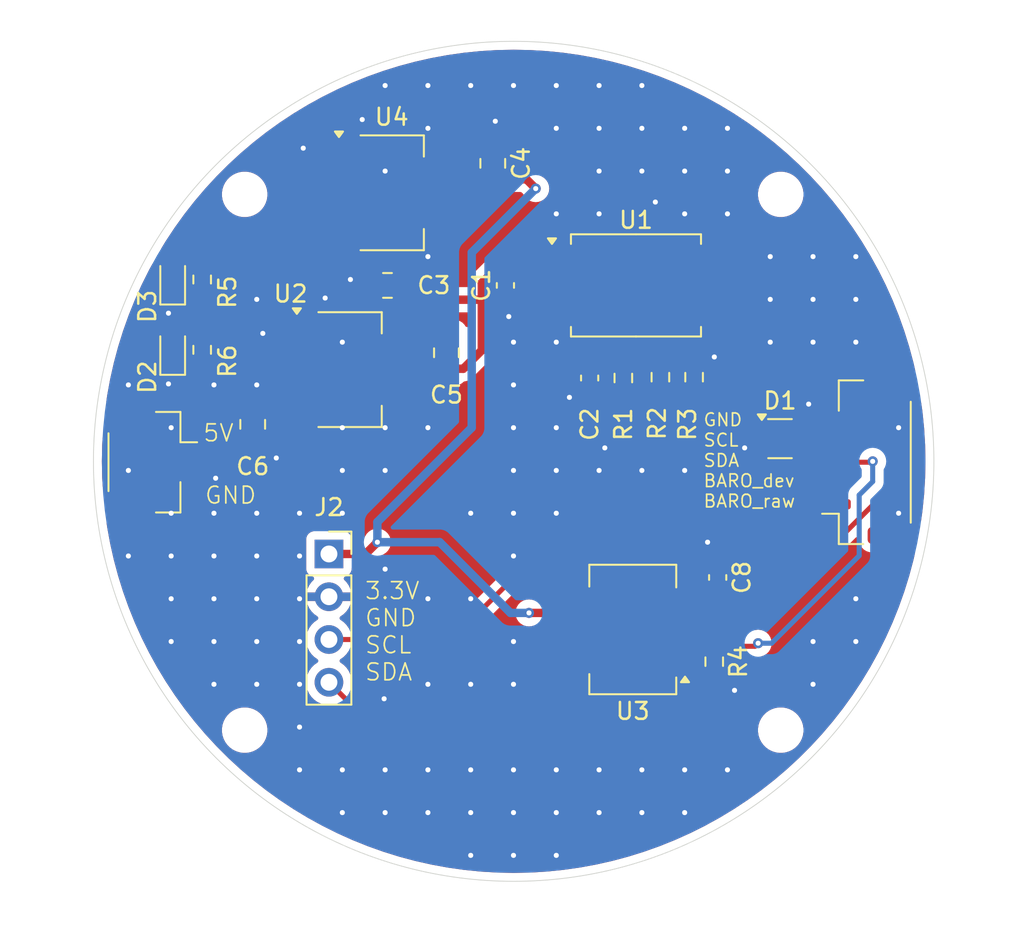
<source format=kicad_pcb>
(kicad_pcb (version 20240108) (generator "pcbnew") (generator_version "8.0")
  (layers (0 "F.Cu" signal) (1 "In1.Cu" power) (2 "In2.Cu" power) (31 "B.Cu" signal) (34 "B.Paste" user) (35 "F.Paste" user) (36 "B.SilkS" user "B.Silkscreen") (37 "F.SilkS" user "F.Silkscreen") (38 "B.Mask" user) (39 "F.Mask" user) (44 "Edge.Cuts" user))
  (net 0 "")
  (net 1 "+5V")
  (net 2 "GND")
  (net 3 "Net-(J1-Pin_1)")
  (net 4 "+3.3V")
  (net 5 "VBUS")
  (net 6 "Net-(D2-A)")
  (net 7 "Net-(D3-A)")
  (net 8 "Net-(J1-Pin_2)")
  (net 9 "/SDA")
  (net 10 "/SCL")
  (footprint "Connector_JST:JST_GH_SM05B-GHS-TB_1x05-1MP_P1.25mm_Horizontal" (layer "F.Cu") (at 178.5 95.25 90)
    (property "Reference" "J1" (hide yes))
    (property "Value" "Conn_01x05_MountingPin")
    (fp_line (start 4.86 -1.710001) (end 3.06 -1.71) (stroke (width 0.12)) (layer "F.SilkS"))
    (fp_line (start -4.86 -1.710001) (end -3.06 -1.71) (stroke (width 0.12)) (layer "F.SilkS"))
    (fp_line (start -3.06 -1.71) (end -3.06 -2.7) (stroke (width 0.12)) (layer "F.SilkS"))
    (fp_line (start 4.86 -0.26) (end 4.86 -1.710001) (stroke (width 0.12)) (layer "F.SilkS"))
    (fp_line (start -4.86 -0.26) (end -4.86 -1.710001) (stroke (width 0.12)) (layer "F.SilkS"))
    (fp_line (start -3.59 2.56) (end 3.59 2.56) (stroke (width 0.12)) (layer "F.SilkS"))
    (pad "1" smd roundrect (at -2.499999 -1.85 90) (size 0.6 1.7) (layers "F.Cu" "F.Paste" "F.Mask") (net 3 "Net-(J1-Pin_1)"))
    (pad "2" smd roundrect (at -1.25 -1.85 90) (size 0.6 1.7) (layers "F.Cu" "F.Paste" "F.Mask") (net 8 "Net-(J1-Pin_2)"))
    (pad "3" smd roundrect (at 0 -1.850001 90) (size 0.6 1.7) (layers "F.Cu" "F.Paste" "F.Mask") (net 9 "/SDA"))
    (pad "4" smd roundrect (at 1.25 -1.85 90) (size 0.6 1.7) (layers "F.Cu" "F.Paste" "F.Mask") (net 10 "/SCL"))
    (pad "5" smd roundrect (at 2.499999 -1.85 90) (size 0.6 1.7) (layers "F.Cu" "F.Paste" "F.Mask") (net 2 "GND"))
    (pad "MP" smd roundrect (at -4.35 1.35 90) (size 1 2.7) (layers "F.Cu" "F.Paste" "F.Mask") (net 2 "GND"))
    (pad "MP" smd roundrect (at 4.35 1.35 90) (size 1 2.7) (layers "F.Cu" "F.Paste" "F.Mask") (net 2 "GND"))
  )
  (footprint "Capacitor_SMD:C_0805_2012Metric" (layer "F.Cu") (at 156.25 77.5 -90)
    (property "Reference" "C4" (at 0 -1.679999 90) (layer "F.SilkS"))
    (property "Value" "22uF")
    (fp_line (start -0.261253 0.735) (end 0.261253 0.735) (stroke (width 0.12)) (layer "F.SilkS"))
    (fp_line (start -0.261253 -0.735) (end 0.261253 -0.735) (stroke (width 0.12)) (layer "F.SilkS"))
    (pad "1" smd roundrect (at -0.949999 0 270) (size 1 1.45) (layers "F.Cu" "F.Paste" "F.Mask") (net 2 "GND"))
    (pad "2" smd roundrect (at 0.949999 0 270) (size 1 1.45) (layers "F.Cu" "F.Paste" "F.Mask") (net 4 "+3.3V"))
  )
  (footprint "Capacitor_SMD:C_0805_2012Metric" (layer "F.Cu") (at 153.5 88.75 -90)
    (property "Reference" "C5" (at 2.5 0 180) (layer "F.SilkS"))
    (property "Value" "22uF")
    (fp_line (start -0.261253 0.735) (end 0.261253 0.735) (stroke (width 0.12)) (layer "F.SilkS"))
    (fp_line (start -0.261253 -0.735) (end 0.261253 -0.735) (stroke (width 0.12)) (layer "F.SilkS"))
    (pad "1" smd roundrect (at -0.949999 0 270) (size 1 1.45) (layers "F.Cu" "F.Paste" "F.Mask") (net 2 "GND"))
    (pad "2" smd roundrect (at 0.949999 0 270) (size 1 1.45) (layers "F.Cu" "F.Paste" "F.Mask") (net 1 "+5V"))
  )
  (footprint "Resistor_SMD:R_0603_1608Metric_Pad0.98x0.95mm_HandSolder" (layer "F.Cu") (at 169.394998 107.095 -90)
    (property "Reference" "R4" (at 0 -1.43 90) (layer "F.SilkS"))
    (property "Value" "10k")
    (fp_line (start -0.254724 0.5225) (end 0.254724 0.5225) (stroke (width 0.12)) (layer "F.SilkS"))
    (fp_line (start -0.254724 -0.5225) (end 0.254724 -0.5225) (stroke (width 0.12)) (layer "F.SilkS"))
    (pad "1" smd roundrect (at -0.9125 0 270) (size 0.975 0.95) (layers "F.Cu" "F.Paste" "F.Mask") (net 9 "/SDA"))
    (pad "2" smd roundrect (at 0.9125 0 270) (size 0.975 0.95) (layers "F.Cu" "F.Paste" "F.Mask") (net 4 "+3.3V"))
  )
  (footprint "Resistor_SMD:R_0603_1608Metric" (layer "F.Cu") (at 139 88.575 -90)
    (property "Reference" "R6" (at 0.675 -1.5 90) (layer "F.SilkS"))
    (property "Value" "2k2")
    (fp_line (start -0.237258 0.5225) (end 0.237258 0.5225) (stroke (width 0.12)) (layer "F.SilkS"))
    (fp_line (start -0.237258 -0.5225) (end 0.237258 -0.5225) (stroke (width 0.12)) (layer "F.SilkS"))
    (pad "1" smd roundrect (at -0.825 0 270) (size 0.8 0.95) (layers "F.Cu" "F.Paste" "F.Mask") (net 6 "Net-(D2-A)"))
    (pad "2" smd roundrect (at 0.825 0 270) (size 0.8 0.95) (layers "F.Cu" "F.Paste" "F.Mask") (net 1 "+5V"))
  )
  (footprint "Connector_PinSocket_2.54mm:PinSocket_1x04_P2.54mm_Vertical" (layer "F.Cu") (at 146.525 100.7)
    (property "Reference" "J2" (at 0 -2.77 0) (layer "F.SilkS"))
    (property "Value" "Conn_01x04")
    (fp_line (start -1.33 1.27) (end -1.33 8.95) (stroke (width 0.12)) (layer "F.SilkS"))
    (fp_line (start -1.33 1.27) (end 1.33 1.27) (stroke (width 0.12)) (layer "F.SilkS"))
    (fp_line (start -1.33 8.95) (end 1.33 8.95) (stroke (width 0.12)) (layer "F.SilkS"))
    (fp_line (start 0 -1.33) (end 1.33 -1.33) (stroke (width 0.12)) (layer "F.SilkS"))
    (fp_line (start 1.33 -1.33) (end 1.33 0) (stroke (width 0.12)) (layer "F.SilkS"))
    (fp_line (start 1.33 1.27) (end 1.33 8.95) (stroke (width 0.12)) (layer "F.SilkS"))
    (pad "1" thru_hole rect (at 0 0) (size 1.7 1.7) (drill 1) (layers "*.Cu" "*.Mask") (net 4 "+3.3V"))
    (pad "2" thru_hole oval (at 0 2.54) (size 1.7 1.7) (drill 1) (layers "*.Cu" "*.Mask") (net 2 "GND"))
    (pad "3" thru_hole oval (at 0 5.08) (size 1.7 1.7) (drill 1) (layers "*.Cu" "*.Mask") (net 10 "/SCL"))
    (pad "4" thru_hole oval (at 0 7.62) (size 1.7 1.7) (drill 1) (layers "*.Cu" "*.Mask") (net 9 "/SDA"))
  )
  (footprint "Capacitor_SMD:C_0603_1608Metric" (layer "F.Cu") (at 169.6 102.095 -90)
    (property "Reference" "C8" (at 0 -1.43 90) (layer "F.SilkS"))
    (property "Value" "100n")
    (fp_line (start -0.140581 0.51) (end 0.140581 0.51) (stroke (width 0.12)) (layer "F.SilkS"))
    (fp_line (start -0.140581 -0.51) (end 0.140581 -0.51) (stroke (width 0.12)) (layer "F.SilkS"))
    (pad "1" smd roundrect (at -0.775 0 270) (size 0.9 0.95) (layers "F.Cu" "F.Paste" "F.Mask") (net 2 "GND"))
    (pad "2" smd roundrect (at 0.775 0 270) (size 0.9 0.95) (layers "F.Cu" "F.Paste" "F.Mask") (net 4 "+3.3V"))
  )
  (footprint "Capacitor_SMD:C_0805_2012Metric" (layer "F.Cu") (at 142 93 90)
    (property "Reference" "C6" (at -2.5 0 0) (layer "F.SilkS"))
    (property "Value" "22uF")
    (fp_line (start -0.261253 -0.735) (end 0.261253 -0.735) (stroke (width 0.12)) (layer "F.SilkS"))
    (fp_line (start -0.261253 0.735) (end 0.261253 0.735) (stroke (width 0.12)) (layer "F.SilkS"))
    (pad "1" smd roundrect (at -0.949999 0 90) (size 1 1.45) (layers "F.Cu" "F.Paste" "F.Mask") (net 2 "GND"))
    (pad "2" smd roundrect (at 0.949999 0 90) (size 1 1.45) (layers "F.Cu" "F.Paste" "F.Mask") (net 5 "VBUS"))
  )
  (footprint "Resistor_SMD:R_0603_1608Metric" (layer "F.Cu") (at 139 84.4 -90)
    (property "Reference" "R5" (at 0.75 -1.5 90) (layer "F.SilkS"))
    (property "Value" "2k2")
    (fp_line (start -0.237258 0.5225) (end 0.237258 0.5225) (stroke (width 0.12)) (layer "F.SilkS"))
    (fp_line (start -0.237258 -0.5225) (end 0.237258 -0.5225) (stroke (width 0.12)) (layer "F.SilkS"))
    (pad "1" smd roundrect (at -0.825 0 270) (size 0.8 0.95) (layers "F.Cu" "F.Paste" "F.Mask") (net 7 "Net-(D3-A)"))
    (pad "2" smd roundrect (at 0.825 0 270) (size 0.8 0.95) (layers "F.Cu" "F.Paste" "F.Mask") (net 4 "+3.3V"))
  )
  (footprint "MountingHole:MountingHole_2.2mm_M2" (layer "F.Cu") (at 173.343488 111.16315)
    (property "Reference" "H1" (hide yes))
    (property "Value" "MountingHole")
    (pad "" np_thru_hole circle (at 0 0) (size 2.2 2.2) (drill 2.2) (layers "*.Cu" "*.Mask"))
  )
  (footprint "Connector_JST:JST_GH_SM02B-GHS-TB_1x02-1MP_P1.25mm_Horizontal" (layer "F.Cu") (at 136 95.25 -90)
    (property "Reference" "J3" (hide yes))
    (property "Value" "Conn_01x02_MountingPin")
    (fp_line (start -1.715 2.559999) (end 1.715 2.559999) (stroke (width 0.12)) (layer "F.SilkS"))
    (fp_line (start -2.985 -0.26) (end -2.985 -1.71) (stroke (width 0.12)) (layer "F.SilkS"))
    (fp_line (start 2.985 -0.26) (end 2.985 -1.71) (stroke (width 0.12)) (layer "F.SilkS"))
    (fp_line (start -2.985 -1.71) (end -1.185 -1.71) (stroke (width 0.12)) (layer "F.SilkS"))
    (fp_line (start -1.185 -1.71) (end -1.185 -2.7) (stroke (width 0.12)) (layer "F.SilkS"))
    (fp_line (start 2.985 -1.71) (end 1.185 -1.71) (stroke (width 0.12)) (layer "F.SilkS"))
    (pad "1" smd roundrect (at -0.625 -1.85 270) (size 0.6 1.7) (layers "F.Cu" "F.Paste" "F.Mask") (net 5 "VBUS"))
    (pad "2" smd roundrect (at 0.625 -1.85 270) (size 0.6 1.7) (layers "F.Cu" "F.Paste" "F.Mask") (net 2 "GND"))
    (pad "MP" smd roundrect (at -2.475 1.35 270) (size 1 2.7) (layers "F.Cu" "F.Paste" "F.Mask") (net 2 "GND"))
    (pad "MP" smd roundrect (at 2.475 1.35 270) (size 1 2.7) (layers "F.Cu" "F.Paste" "F.Mask") (net 2 "GND"))
  )
  (footprint "MountingHole:MountingHole_2.2mm_M2" (layer "F.Cu") (at 141.523683 79.343345)
    (property "Reference" "H4" (hide yes))
    (property "Value" "MountingHole")
    (pad "" np_thru_hole circle (at 0 0) (size 2.2 2.2) (drill 2.2) (layers "*.Cu" "*.Mask"))
  )
  (footprint "Package_TO_SOT_SMD:SOT-223-3_TabPin2" (layer "F.Cu") (at 147.75 89.75)
    (property "Reference" "U2" (at -3.5 -4.500001 0) (layer "F.SilkS"))
    (property "Value" "AMS1117-5.0")
    (fp_line (start -1.85 -3.410001) (end 1.91 -3.41) (stroke (width 0.12)) (layer "F.SilkS"))
    (fp_line (start -1.85 3.410001) (end 1.91 3.41) (stroke (width 0.12)) (layer "F.SilkS"))
    (fp_line (start 1.91 -3.41) (end 1.91 -2.150001) (stroke (width 0.12)) (layer "F.SilkS"))
    (fp_line (start 1.91 3.41) (end 1.91 2.150001) (stroke (width 0.12)) (layer "F.SilkS"))
    (fp_poly (pts (xy -3.13 -3.31) (xy -3.37 -3.64) (xy -2.89 -3.64) (xy -3.13 -3.31)) (stroke (width 0.12)) (fill solid) (layer "F.SilkS"))
    (pad "1" smd roundrect (at -3.15 -2.3) (size 2 1.5) (layers "F.Cu" "F.Paste" "F.Mask") (net 2 "GND"))
    (pad "2" smd roundrect (at -3.149999 0) (size 2 1.5) (layers "F.Cu" "F.Paste" "F.Mask") (net 1 "+5V"))
    (pad "2" smd roundrect (at 3.149999 0) (size 2 3.8) (layers "F.Cu" "F.Paste" "F.Mask") (net 1 "+5V"))
    (pad "3" smd roundrect (at -3.15 2.3) (size 2 1.5) (layers "F.Cu" "F.Paste" "F.Mask") (net 5 "VBUS"))
  )
  (footprint "Resistor_SMD:R_0603_1608Metric_Pad0.98x0.95mm_HandSolder" (layer "F.Cu") (at 166.2 90.2 90)
    (property "Reference" "R2" (at -2.75 -0.2 -90) (layer "F.SilkS"))
    (property "Value" "170")
    (fp_line (start -0.254724 -0.5225) (end 0.254724 -0.5225) (stroke (width 0.12)) (layer "F.SilkS"))
    (fp_line (start -0.254724 0.5225) (end 0.254724 0.5225) (stroke (width 0.12)) (layer "F.SilkS"))
    (pad "1" smd roundrect (at -0.9125 0 90) (size 0.975 0.95) (layers "F.Cu" "F.Paste" "F.Mask") (net 8 "Net-(J1-Pin_2)"))
    (pad "2" smd roundrect (at 0.9125 0 90) (size 0.975 0.95) (layers "F.Cu" "F.Paste" "F.Mask") (net 3 "Net-(J1-Pin_1)"))
  )
  (footprint "Capacitor_SMD:C_0603_1608Metric" (layer "F.Cu") (at 156.999999 84.749998 90)
    (property "Reference" "C1" (at 0 -1.43 -90) (layer "F.SilkS"))
    (property "Value" "100n")
    (fp_line (start -0.140581 -0.51) (end 0.140581 -0.51) (stroke (width 0.12)) (layer "F.SilkS"))
    (fp_line (start -0.140581 0.51) (end 0.140581 0.51) (stroke (width 0.12)) (layer "F.SilkS"))
    (pad "1" smd roundrect (at -0.775 0 90) (size 0.9 0.95) (layers "F.Cu" "F.Paste" "F.Mask") (net 2 "GND"))
    (pad "2" smd roundrect (at 0.775 0 90) (size 0.9 0.95) (layers "F.Cu" "F.Paste" "F.Mask") (net 1 "+5V"))
  )
  (footprint "Resistor_SMD:R_0603_1608Metric_Pad0.98x0.95mm_HandSolder" (layer "F.Cu") (at 168.2 90.2 -90)
    (property "Reference" "R3" (at 2.8 0.4 90) (layer "F.SilkS"))
    (property "Value" "330")
    (fp_line (start -0.254724 0.5225) (end 0.254724 0.5225) (stroke (width 0.12)) (layer "F.SilkS"))
    (fp_line (start -0.254724 -0.5225) (end 0.254724 -0.5225) (stroke (width 0.12)) (layer "F.SilkS"))
    (pad "1" smd roundrect (at -0.9125 0 270) (size 0.975 0.95) (layers "F.Cu" "F.Paste" "F.Mask") (net 2 "GND"))
    (pad "2" smd roundrect (at 0.9125 0 270) (size 0.975 0.95) (layers "F.Cu" "F.Paste" "F.Mask") (net 8 "Net-(J1-Pin_2)"))
  )
  (footprint "Resistor_SMD:R_0603_1608Metric_Pad0.98x0.95mm_HandSolder" (layer "F.Cu") (at 163.999999 90.249999 90)
    (property "Reference" "R1" (at -2.75 0 -90) (layer "F.SilkS"))
    (property "Value" "51k")
    (fp_line (start -0.254724 -0.5225) (end 0.254724 -0.5225) (stroke (width 0.12)) (layer "F.SilkS"))
    (fp_line (start -0.254724 0.5225) (end 0.254724 0.5225) (stroke (width 0.12)) (layer "F.SilkS"))
    (pad "1" smd roundrect (at -0.9125 0 90) (size 0.975 0.95) (layers "F.Cu" "F.Paste" "F.Mask") (net 2 "GND"))
    (pad "2" smd roundrect (at 0.9125 0 90) (size 0.975 0.95) (layers "F.Cu" "F.Paste" "F.Mask") (net 3 "Net-(J1-Pin_1)"))
  )
  (footprint "Sensor:SHT1x" (layer "F.Cu") (at 164.56 105.235 180)
    (property "Reference" "U3" (at 0 -4.800001 180) (layer "F.SilkS"))
    (property "Value" "SHT1x")
    (fp_line (start 2.58 3.894999) (end 2.58 2.6) (stroke (width 0.12)) (layer "F.SilkS"))
    (fp_line (start 2.58 -2.6) (end 2.58 -3.795) (stroke (width 0.12)) (layer "F.SilkS"))
    (fp_line (start -2.58 3.894999) (end 2.58 3.894999) (stroke (width 0.12)) (layer "F.SilkS"))
    (fp_line (start -2.58 3.894999) (end -2.58 2.55) (stroke (width 0.12)) (layer "F.SilkS"))
    (fp_line (start -2.58 -2.799999) (end -2.58 -3.795) (stroke (width 0.12)) (layer "F.SilkS"))
    (fp_line (start -2.58 -3.795) (end 2.58 -3.795) (stroke (width 0.12)) (layer "F.SilkS"))
    (fp_poly (pts (xy -3.1 -2.75) (xy -3.34 -3.08) (xy -2.86 -3.079999) (xy -3.1 -2.75)) (stroke (width 0.12)) (fill solid) (layer "F.SilkS"))
    (pad "1" smd rect (at -2.639999 -1.905 180) (size 1.8 1.2) (layers "F.Cu" "F.Paste" "F.Mask") (net 2 "GND"))
    (pad "2" smd rect (at -2.64 -0.635 180) (size 1.8 0.8) (layers "F.Cu" "F.Paste" "F.Mask") (net 9 "/SDA"))
    (pad "3" smd rect (at -2.64 0.635 180) (size 1.8 0.8) (layers "F.Cu" "F.Paste" "F.Mask") (net 10 "/SCL"))
    (pad "4" smd rect (at -2.639999 1.905 180) (size 1.8 0.8) (layers "F.Cu" "F.Paste" "F.Mask") (net 4 "+3.3V"))
    (pad "5" smd rect (at 2.639999 1.905 180) (size 1.8 0.8) (layers "F.Cu" "F.Paste" "F.Mask"))
    (pad "6" smd rect (at 2.64 0.635 180) (size 1.8 0.8) (layers "F.Cu" "F.Paste" "F.Mask"))
    (pad "7" smd rect (at 2.64 -0.635 180) (size 1.8 0.8) (layers "F.Cu" "F.Paste" "F.Mask"))
    (pad "8" smd rect (at 2.639999 -1.905 180) (size 1.8 0.8) (layers "F.Cu" "F.Paste" "F.Mask"))
    (zone (net 0) (net_name "") (layer "F.Cu") (name "no copper") (connect_pads (clearance 0)) (min_thickness 0.25)
      (keepout (tracks not_allowed) (vias not_allowed) (pads not_allowed) (copperpour not_allowed) (footprints allowed))
      (fill (thermal_gap 0.5) (thermal_bridge_width 0.5))
      (polygon (pts (xy 166.3 107.54) (xy 166.3 102.93) (xy 168.1 102.93) (xy 168.1 101.435) (xy 161.02 101.435) (xy 161.02 102.93) (xy 162.82 102.93) (xy 162.82 107.54) (xy 161.02 107.54) (xy 161.02 108.935) (xy 168.1 108.935) (xy 168.1 107.54)))
    )
  )
  (footprint "Capacitor_SMD:C_0805_2012Metric" (layer "F.Cu") (at 150 84.75)
    (property "Reference" "C3" (at 2.75 0 0) (layer "F.SilkS"))
    (property "Value" "22uF")
    (fp_line (start -0.261253 -0.735) (end 0.261253 -0.735) (stroke (width 0.12)) (layer "F.SilkS"))
    (fp_line (start -0.261253 0.735) (end 0.261253 0.735) (stroke (width 0.12)) (layer "F.SilkS"))
    (pad "1" smd roundrect (at -0.949999 0) (size 1 1.45) (layers "F.Cu" "F.Paste" "F.Mask") (net 2 "GND"))
    (pad "2" smd roundrect (at 0.949999 0) (size 1 1.45) (layers "F.Cu" "F.Paste" "F.Mask") (net 1 "+5V"))
  )
  (footprint "LED_SMD:LED_0603_1608Metric" (layer "F.Cu") (at 137.25 84.4 90)
    (property "Reference" "D3" (at -1.6 -1.5 -90) (layer "F.SilkS"))
    (property "Value" "BLU")
    (fp_line (start 0.8 -0.735) (end -1.485 -0.735) (stroke (width 0.12)) (layer "F.SilkS"))
    (fp_line (start -1.485 -0.735) (end -1.485 0.735) (stroke (width 0.12)) (layer "F.SilkS"))
    (fp_line (start -1.485 0.735) (end 0.8 0.735) (stroke (width 0.12)) (layer "F.SilkS"))
    (pad "1" smd roundrect (at -0.787501 0 90) (size 0.875 0.95) (layers "F.Cu" "F.Paste" "F.Mask") (net 2 "GND"))
    (pad "2" smd roundrect (at 0.787501 0 90) (size 0.875 0.95) (layers "F.Cu" "F.Paste" "F.Mask") (net 7 "Net-(D3-A)"))
  )
  (footprint "Package_TO_SOT_SMD:SOT-363_SC-70-6" (layer "F.Cu") (at 173.3 93.85)
    (property "Reference" "D1" (at 0 -2.25 0) (layer "F.SilkS"))
    (property "Value" " SMF05CT1G")
    (fp_line (start -0.71 -1.16) (end 0.7 -1.16) (stroke (width 0.12)) (layer "F.SilkS"))
    (fp_line (start -0.7 1.16) (end 0.7 1.16) (stroke (width 0.12)) (layer "F.SilkS"))
    (fp_poly (pts (xy -1.08 -1.11) (xy -1.32 -1.44) (xy -0.84 -1.44) (xy -1.08 -1.11)) (stroke (width 0.12)) (fill solid) (layer "F.SilkS"))
    (pad "1" smd roundrect (at -0.95 -0.65) (size 0.65 0.4) (layers "F.Cu" "F.Paste" "F.Mask") (net 3 "Net-(J1-Pin_1)"))
    (pad "2" smd roundrect (at -0.95 0) (size 0.65 0.4) (layers "F.Cu" "F.Paste" "F.Mask") (net 2 "GND"))
    (pad "3" smd roundrect (at -0.95 0.65) (size 0.65 0.4) (layers "F.Cu" "F.Paste" "F.Mask") (net 8 "Net-(J1-Pin_2)"))
    (pad "4" smd roundrect (at 0.95 0.65) (size 0.65 0.4) (layers "F.Cu" "F.Paste" "F.Mask") (net 9 "/SDA"))
    (pad "5" smd roundrect (at 0.95 0) (size 0.65 0.4) (layers "F.Cu" "F.Paste" "F.Mask") (net 10 "/SCL"))
    (pad "6" smd roundrect (at 0.95 -0.65) (size 0.65 0.4) (layers "F.Cu" "F.Paste" "F.Mask"))
  )
  (footprint "Package_TO_SOT_SMD:SOT-223-3_TabPin2" (layer "F.Cu") (at 150.25 79.25)
    (property "Reference" "U4" (at 0 -4.5 0) (layer "F.SilkS"))
    (property "Value" "AMS1117-3.3")
    (fp_line (start -1.85 -3.41) (end 1.91 -3.41) (stroke (width 0.12)) (layer "F.SilkS"))
    (fp_line (start -1.85 3.41) (end 1.91 3.41) (stroke (width 0.12)) (layer "F.SilkS"))
    (fp_line (start 1.91 -3.41) (end 1.91 -2.15) (stroke (width 0.12)) (layer "F.SilkS"))
    (fp_line (start 1.91 3.41) (end 1.91 2.15) (stroke (width 0.12)) (layer "F.SilkS"))
    (fp_poly (pts (xy -3.13 -3.31) (xy -3.37 -3.64) (xy -2.89 -3.64) (xy -3.13 -3.31)) (stroke (width 0.12)) (fill solid) (layer "F.SilkS"))
    (pad "1" smd roundrect (at -3.15 -2.3) (size 2 1.5) (layers "F.Cu" "F.Paste" "F.Mask") (net 2 "GND"))
    (pad "2" smd roundrect (at -3.15 0) (size 2 1.5) (layers "F.Cu" "F.Paste" "F.Mask") (net 4 "+3.3V"))
    (pad "2" smd roundrect (at 3.15 0) (size 2 3.8) (layers "F.Cu" "F.Paste" "F.Mask") (net 4 "+3.3V"))
    (pad "3" smd roundrect (at -3.15 2.3) (size 2 1.5) (layers "F.Cu" "F.Paste" "F.Mask") (net 1 "+5V"))
  )
  (footprint "MountingHole:MountingHole_2.2mm_M2" (layer "F.Cu") (at 173.343488 79.343345)
    (property "Reference" "H3" (hide yes))
    (property "Value" "MountingHole")
    (pad "" np_thru_hole circle (at 0 0) (size 2.2 2.2) (drill 2.2) (layers "*.Cu" "*.Mask"))
  )
  (footprint "LED_SMD:LED_0603_1608Metric" (layer "F.Cu") (at 137.249999 88.575 90)
    (property "Reference" "D2" (at -1.625 -1.499999 -90) (layer "F.SilkS"))
    (property "Value" "BLU")
    (fp_line (start 0.8 -0.735) (end -1.485 -0.735) (stroke (width 0.12)) (layer "F.SilkS"))
    (fp_line (start -1.485 -0.735) (end -1.485 0.735) (stroke (width 0.12)) (layer "F.SilkS"))
    (fp_line (start -1.485 0.735) (end 0.8 0.735) (stroke (width 0.12)) (layer "F.SilkS"))
    (pad "1" smd roundrect (at -0.787501 0 90) (size 0.875 0.95) (layers "F.Cu" "F.Paste" "F.Mask") (net 2 "GND"))
    (pad "2" smd roundrect (at 0.787501 0 90) (size 0.875 0.95) (layers "F.Cu" "F.Paste" "F.Mask") (net 6 "Net-(D2-A)"))
  )
  (footprint "Package_SO:SOIC-8_7.5x5.85mm_P1.27mm" (layer "F.Cu") (at 164.75 84.75)
    (property "Reference" "U1" (at 0 -3.88 0) (layer "F.SilkS"))
    (property "Value" "MPXHZ6130")
    (fp_line (start -3.86 -3.035) (end -3.86 -2.465) (stroke (width 0.12)) (layer "F.SilkS"))
    (fp_line (start -3.86 3.035) (end -3.86 2.465) (stroke (width 0.12)) (layer "F.SilkS"))
    (fp_line (start 0 -3.035) (end -3.86 -3.035) (stroke (width 0.12)) (layer "F.SilkS"))
    (fp_line (start 0 -3.035) (end 3.86 -3.035) (stroke (width 0.12)) (layer "F.SilkS"))
    (fp_line (start 0 3.035) (end -3.86 3.035) (stroke (width 0.12)) (layer "F.SilkS"))
    (fp_line (start 0 3.035) (end 3.86 3.035) (stroke (width 0.12)) (layer "F.SilkS"))
    (fp_line (start 3.86 -3.035) (end 3.86 -2.465) (stroke (width 0.12)) (layer "F.SilkS"))
    (fp_line (start 3.86 3.035) (end 3.86 2.465) (stroke (width 0.12)) (layer "F.SilkS"))
    (fp_poly (pts (xy -4.9875 -2.465) (xy -5.2275 -2.795) (xy -4.7475 -2.795) (xy -4.9875 -2.465)) (stroke (width 0.12)) (fill solid) (layer "F.SilkS"))
    (pad "1" smd roundrect (at -5.325 -1.905) (size 1.8 0.6) (layers "F.Cu" "F.Paste" "F.Mask"))
    (pad "2" smd roundrect (at -5.325 -0.635) (size 1.8 0.6) (layers "F.Cu" "F.Paste" "F.Mask") (net 1 "+5V"))
    (pad "3" smd roundrect (at -5.325 0.635) (size 1.8 0.6) (layers "F.Cu" "F.Paste" "F.Mask") (net 2 "GND"))
    (pad "4" smd roundrect (at -5.325 1.905) (size 1.8 0.6) (layers "F.Cu" "F.Paste" "F.Mask") (net 3 "Net-(J1-Pin_1)"))
    (pad "5" smd roundrect (at 5.325 1.905) (size 1.8 0.6) (layers "F.Cu" "F.Paste" "F.Mask"))
    (pad "6" smd roundrect (at 5.325 0.635) (size 1.8 0.6) (layers "F.Cu" "F.Paste" "F.Mask"))
    (pad "7" smd roundrect (at 5.325 -0.635) (size 1.8 0.6) (layers "F.Cu" "F.Paste" "F.Mask"))
    (pad "8" smd roundrect (at 5.325 -1.905) (size 1.8 0.6) (layers "F.Cu" "F.Paste" "F.Mask"))
  )
  (footprint "Capacitor_SMD:C_0603_1608Metric_Pad1.08x0.95mm_HandSolder" (layer "F.Cu") (at 161.999999 90.249999 -90)
    (property "Reference" "C2" (at 2.75 0 90) (layer "F.SilkS"))
    (property "Value" "47p")
    (fp_line (start -0.146267 0.51) (end 0.146267 0.51) (stroke (width 0.12)) (layer "F.SilkS"))
    (fp_line (start -0.146267 -0.51) (end 0.146267 -0.51) (stroke (width 0.12)) (layer "F.SilkS"))
    (pad "1" smd roundrect (at -0.862501 0 270) (size 1.075 0.95) (layers "F.Cu" "F.Paste" "F.Mask") (net 3 "Net-(J1-Pin_1)"))
    (pad "2" smd roundrect (at 0.862501 0 270) (size 1.075 0.95) (layers "F.Cu" "F.Paste" "F.Mask") (net 2 "GND"))
  )
  (footprint "MountingHole:MountingHole_2.2mm_M2" (layer "F.Cu") (at 141.523683 111.16315)
    (property "Reference" "H2" (hide yes))
    (property "Value" "MountingHole")
    (pad "" np_thru_hole circle (at 0 0) (size 2.2 2.2) (drill 2.2) (layers "*.Cu" "*.Mask"))
  )
  (gr_circle (center 157.48999 95.19731) (end 182.433586 95.253248) (stroke (width 0.05)) (fill none) (layer "Edge.Cuts"))
  (gr_text "3.3V\nGND\nSCL\nSDA" (at 148.6 108.3 0) (layer "F.SilkS") (effects (font (size 1 1) (thickness 0.1)) (justify left bottom)))
  (gr_text "GND\n" (at 139.1 97.8 0) (layer "F.SilkS") (effects (font (size 1 1) (thickness 0.1)) (justify left bottom)))
  (gr_text "5V\n" (at 139 94.1 0) (layer "F.SilkS") (effects (font (size 1 1) (thickness 0.1)) (justify left bottom)))
  (gr_text "GND\nSCL\nSDA\nBARO_dev\nBARO_raw" (at 168.7 98 0) (layer "F.SilkS") (effects (font (size 0.75 0.75) (thickness 0.1)) (justify left bottom)))
  (segment (start 156.225002 83.974998) (end 156.999999 83.974998) (width 0.5) (layer "F.Cu") (net 1))
  (segment (start 153.5 89.699999) (end 154.500001 89.699999) (width 0.5) (layer "F.Cu") (net 1))
  (segment (start 144.250001 89.4) (end 144.600001 89.75) (width 0.5) (layer "F.Cu") (net 1))
  (segment (start 153.449999 89.75) (end 153.5 89.699999) (width 0.5) (layer "F.Cu") (net 1))
  (segment (start 150.949999 82.749999) (end 150.949999 84.75) (width 0.5) (layer "F.Cu") (net 1))
  (segment (start 156.999999 83.974998) (end 157.974998 83.974998) (width 0.5) (layer "F.Cu") (net 1))
  (segment (start 157.974998 83.974998) (end 158.115 84.115) (width 0.5) (layer "F.Cu") (net 1))
  (segment (start 139 89.4) (end 144.250001 89.4) (width 0.5) (layer "F.Cu") (net 1))
  (segment (start 155.6 85.6) (end 151.799999 85.6) (width 0.5) (layer "F.Cu") (net 1))
  (segment (start 155.6 84.6) (end 156.225002 83.974998) (width 0.5) (layer "F.Cu") (net 1))
  (segment (start 158.115 84.115) (end 159.425 84.115) (width 0.5) (layer "F.Cu") (net 1))
  (segment (start 144.600001 89.75) (end 150.899999 89.75) (width 0.5) (layer "F.Cu") (net 1))
  (segment (start 147.1 81.55) (end 149.75 81.55) (width 0.5) (layer "F.Cu") (net 1))
  (segment (start 154.500001 89.699999) (end 155.6 88.6) (width 0.5) (layer "F.Cu") (net 1))
  (segment (start 155.6 88.6) (end 155.6 85.6) (width 0.5) (layer "F.Cu") (net 1))
  (segment (start 155.6 85.6) (end 155.6 84.6) (width 0.5) (layer "F.Cu") (net 1))
  (segment (start 149.75 81.55) (end 150.949999 82.749999) (width 0.5) (layer "F.Cu") (net 1))
  (segment (start 150.899999 89.75) (end 153.449999 89.75) (width 0.5) (layer "F.Cu") (net 1))
  (segment (start 151.799999 85.6) (end 150.949999 84.75) (width 0.5) (layer "F.Cu") (net 1))
  (segment (start 169.1125 89.2875) (end 169.4 89) (width 0.3) (layer "F.Cu") (net 2))
  (segment (start 157.139997 85.385) (end 156.999999 85.524998) (width 0.5) (layer "F.Cu") (net 2))
  (segment (start 137.249999 90.350001) (end 137 90.6) (width 0.3) (layer "F.Cu") (net 2))
  (segment (start 159.425 85.385) (end 157.139997 85.385) (width 0.5) (layer "F.Cu") (net 2))
  (segment (start 156.999999 86.399999) (end 157.2 86.6) (width 0.5) (layer "F.Cu") (net 2))
  (segment (start 168.2 89.2875) (end 169.1125 89.2875) (width 0.3) (layer "F.Cu") (net 2))
  (segment (start 175 91.8) (end 175 92.2) (width 0.3) (layer "F.Cu") (net 2))
  (segment (start 156.25 76.550001) (end 156.25 75.15) (width 0.5) (layer "F.Cu") (net 2))
  (segment (start 156.999999 85.524998) (end 156.999999 86.399999) (width 0.5) (layer "F.Cu") (net 2))
  (segment (start 171.75 93.85) (end 171.2 94.4) (width 0.3) (layer "F.Cu") (net 2))
  (segment (start 137.249999 89.362501) (end 137.249999 90.350001) (width 0.3) (layer "F.Cu") (net 2))
  (segment (start 172.35 93.85) (end 171.75 93.85) (width 0.3) (layer "F.Cu") (net 2))
  (segment (start 137.85 95.875) (end 139.475 95.875) (width 0.5) (layer "F.Cu") (net 2))
  (segment (start 161.999999 91.1125) (end 161.0875 91.1125) (width 0.3) (layer "F.Cu") (net 2))
  (segment (start 137.25 86.15) (end 137 86.4) (width 0.3) (layer "F.Cu") (net 2))
  (segment (start 175.550001 92.750001) (end 176.65 92.750001) (width 0.3) (layer "F.Cu") (net 2))
  (segment (start 148.15 84.75) (end 147.8 84.4) (width 0.5) (layer "F.Cu") (net 2))
  (segment (start 175 92.2) (end 175.550001 92.750001) (width 0.3) (layer "F.Cu") (net 2))
  (segment (start 147.1 76.95) (end 145.35 76.95) (width 0.5) (layer "F.Cu") (net 2))
  (segment (start 149.050001 84.75) (end 148.15 84.75) (width 0.5) (layer "F.Cu") (net 2))
  (segment (start 161.0875 91.1125) (end 160.8 91.4) (width 0.3) (layer "F.Cu") (net 2))
  (segment (start 137.25 85.187501) (end 137.25 86.15) (width 0.3) (layer "F.Cu") (net 2))
  (segment (start 142.75 87.45) (end 142.6 87.6) (width 0.3) (layer "F.Cu") (net 2))
  (segment (start 170.6 107.88757) (end 170.6 108.8) (width 0.3) (layer "F.Cu") (net 2))
  (segment (start 163.95 91.1125) (end 163.999999 91.162499) (width 0.3) (layer "F.Cu") (net 2))
  (segment (start 156.25 75.15) (end 156.4 75) (width 0.5) (layer "F.Cu") (net 2))
  (segment (start 142.349999 93.949999) (end 143.4 95) (width 0.5) (layer "F.Cu") (net 2))
  (segment (start 139.475 95.875) (end 139.8 96.2) (width 0.5) (layer "F.Cu") (net 2))
  (segment (start 167.199999 107.14) (end 169.85243 107.14) (width 0.3) (layer "F.Cu") (net 2))
  (segment (start 169.85243 107.14) (end 170.6 107.88757) (width 0.3) (layer "F.Cu") (net 2))
  (segment (start 145.35 76.95) (end 145 76.6) (width 0.5) (layer "F.Cu") (net 2))
  (segment (start 169.394998 101.32) (end 169.6 101.114998) (width 0.3) (layer "F.Cu") (net 2))
  (segment (start 142 93.949999) (end 142.349999 93.949999) (width 0.5) (layer "F.Cu") (net 2))
  (segment (start 169.6 101.114998) (end 169.6 100.6) (width 0.3) (layer "F.Cu") (net 2))
  (segment (start 144.6 87.45) (end 142.75 87.45) (width 0.3) (layer "F.Cu") (net 2))
  (segment (start 161.999999 91.1125) (end 163.95 91.1125) (width 0.3) (layer "F.Cu") (net 2))
  (segment (start 169.6 100.6) (end 169 100) (width 0.3) (layer "F.Cu") (net 2))
  (via (at 139.7 90.66) (size 0.6) (drill 0.3) (layers "F.Cu" "B.Cu") (net 2))
  (via (at 139.7 103.36) (size 0.6) (drill 0.3) (layers "F.Cu" "B.Cu") (net 2))
  (via (at 152.4 103.36) (size 0.6) (drill 0.3) (layers "F.Cu" "B.Cu") (net 2))
  (via (at 156.4 75) (size 0.6) (drill 0.3) (layers "F.Cu" "B.Cu") (net 2))
  (via (at 165.1 113.52) (size 0.6) (drill 0.3) (layers "F.Cu" "B.Cu") (net 2))
  (via (at 144.78 108.44) (size 0.6) (drill 0.3) (layers "F.Cu" "B.Cu") (net 2))
  (via (at 154.94 113.52) (size 0.6) (drill 0.3) (layers "F.Cu" "B.Cu") (net 2))
  (via (at 180.34 98.28) (size 0.6) (drill 0.3) (layers "F.Cu" "B.Cu") (net 2))
  (via (at 175.26 105.9) (size 0.6) (drill 0.3) (layers "F.Cu" "B.Cu") (net 2))
  (via (at 160.02 93.2) (size 0.6) (drill 0.3) (layers "F.Cu" "B.Cu") (net 2))
  (via (at 177.8 83.04) (size 0.6) (drill 0.3) (layers "F.Cu" "B.Cu") (net 2))
  (via (at 167.64 95.74) (size 0.6) (drill 0.3) (layers "F.Cu" "B.Cu") (net 2))
  (via (at 152.4 93.2) (size 0.6) (drill 0.3) (layers "F.Cu" "B.Cu") (net 2))
  (via (at 147.8 84.4) (size 0.6) (drill 0.3) (layers "F.Cu" "B.Cu") (net 2))
  (via (at 165.9 79.8) (size 0.6) (drill 0.3) (layers "F.Cu" "B.Cu") (net 2))
  (via (at 160.02 95.74) (size 0.6) (drill 0.3) (layers "F.Cu" "B.Cu") (net 2))
  (via (at 172.72 85.58) (size 0.6) (drill 0.3) (layers "F.Cu" "B.Cu") (net 2))
  (via (at 142.24 100.82) (size 0.6) (drill 0.3) (layers "F.Cu" "B.Cu") (net 2))
  (via (at 160.02 75.42) (size 0.6) (drill 0.3) (layers "F.Cu" "B.Cu") (net 2))
  (via (at 137 90.6) (size 0.6) (drill 0.3) (layers "F.Cu" "B.Cu") (net 2))
  (via (at 143.4 95) (size 0.6) (drill 0.3) (layers "F.Cu" "B.Cu") (net 2))
  (via (at 152.4 83.04) (size 0.6) (drill 0.3) (layers "F.Cu" "B.Cu") (net 2))
  (via (at 167.64 77.96) (size 0.6) (drill 0.3) (layers "F.Cu" "B.Cu") (net 2))
  (via (at 139.7 98.28) (size 0.6) (drill 0.3) (layers "F.Cu" "B.Cu") (net 2))
  (via (at 154.94 72.88) (size 0.6) (drill 0.3) (layers "F.Cu" "B.Cu") (net 2))
  (via (at 160.8 91.4) (size 0.6) (drill 0.3) (layers "F.Cu" "B.Cu") (net 2))
  (via (at 144.78 100.82) (size 0.6) (drill 0.3) (layers "F.Cu" "B.Cu") (net 2))
  (via (at 165.1 72.88) (size 0.6) (drill 0.3) (layers "F.Cu" "B.Cu") (net 2))
  (via (at 157.2 86.6) (size 0.6) (drill 0.3) (layers "F.Cu" "B.Cu") (net 2))
  (via (at 162.56 113.52) (size 0.6) (drill 0.3) (layers "F.Cu" "B.Cu") (net 2))
  (via (at 137 86.4) (size 0.6) (drill 0.3) (layers "F.Cu" "B.Cu") (net 2))
  (via (at 157.48 105.9) (size 0.6) (drill 0.3) (layers "F.Cu" "B.Cu") (net 2))
  (via (at 162.56 75.42) (size 0.6) (drill 0.3) (layers "F.Cu" "B.Cu") (net 2))
  (via (at 137.16 103.36) (size 0.6) (drill 0.3) (layers "F.Cu" "B.Cu") (net 2))
  (via (at 152.4 116.06) (size 0.6) (drill 0.3) (layers "F.Cu" "B.Cu") (net 2))
  (via (at 145 76.6) (size 0.6) (drill 0.3) (layers "F.Cu" "B.Cu") (net 2))
  (via (at 142.6 87.6) (size 0.6) (drill 0.3) (layers "F.Cu" "B.Cu") (net 2))
  (via (at 160.02 88.12) (size 0.6) (drill 0.3) (layers "F.Cu" "B.Cu") (net 2))
  (via (at 149.86 72.88) (size 0.6) (drill 0.3) (layers "F.Cu" "B.Cu") (net 2))
  (via (at 165.1 116.06) (size 0.6) (drill 0.3) (layers "F.Cu" "B.Cu") (net 2))
  (via (at 165.1 75.42) (size 0.6) (drill 0.3) (layers "F.Cu" "B.Cu") (net 2))
  (via (at 142.24 85.58) (size 0.6) (drill 0.3) (layers "F.Cu" "B.Cu") (net 2))
  (via (at 177.8 103.36) (size 0.6) (drill 0.3) (layers "F.Cu" "B.Cu") (net 2))
  (via (at 154.94 108.44) (size 0.6) (drill 0.3) (layers "F.Cu" "B.Cu") (net 2))
  (via (at 149.86 113.52) (size 0.6) (drill 0.3) (layers "F.Cu" "B.Cu") (net 2))
  (via (at 154.94 98.28) (size 0.6) (drill 0.3) (layers "F.Cu" "B.Cu") (net 2))
  (via (at 177.8 85.58) (size 0.6) (drill 0.3) (layers "F.Cu" "B.Cu") (net 2))
  (via (at 149.86 101.6) (size 0.6) (drill 0.3) (layers "F.Cu" "B.Cu") (net 2))
  (via (at 147.32 98.28) (size 0.6) (drill 0.3) (layers "F.Cu" "B.Cu") (net 2))
  (via (at 162.56 77.96) (size 0.6) (drill 0.3) (layers "F.Cu" "B.Cu") (net 2))
  (via (at 160.02 98.28) (size 0.6) (drill 0.3) (layers "F.Cu" "B.Cu") (net 2))
  (via (at 169 100) (size 0.6) (drill 0.3) (layers "F.Cu" "B.Cu") (net 2))
  (via (at 142.24 90.66) (size 0.6) (drill 0.3) (layers "F.Cu" "B.Cu") (net 2))
  (via (at 162.56 80.5) (size 0.6) (drill 0.3) (layers "F.Cu" "B.Cu") (net 2))
  (via (at 170.18 77.96) (size 0.6) (drill 0.3) (layers "F.Cu" "B.Cu") (net 2))
  (via (at 154.94 116.06) (size 0.6) (drill 0.3) (layers "F.Cu" "B.Cu") (net 2))
  (via (at 175.26 85.58) (size 0.6) (drill 0.3) (layers "F.Cu" "B.Cu") (net 2))
  (via (at 167.64 75.42) (size 0.6) (drill 0.3) (layers "F.Cu" "B.Cu") (net 2))
  (via (at 157.48 95.74) (size 0.6) (drill 0.3) (layers "F.Cu" "B.Cu") (net 2))
  (via (at 134.62 90.66) (size 0.6) (drill 0.3) (layers "F.Cu" "B.Cu") (net 2))
  (via (at 172.72 88.12) (size 0.6) (drill 0.3) (layers "F.Cu" "B.Cu") (net 2))
  (via (at 162.9 94.4) (size 0.6) (drill 0.3) (layers "F.Cu" "B.Cu") (net 2))
  (via (at 177.8 105.9) (size 0.6) (drill 0.3) (layers "F.Cu" "B.Cu") (net 2))
  (via (at 139.7 105.9) (size 0.6) (drill 0.3) (layers "F.Cu" "B.Cu") (net 2))
  (via (at 157.48 108.44) (size 0.6) (drill 0.3) (layers "F.Cu" "B.Cu") (net 2))
  (via (at 167.64 80.5) (size 0.6) (drill 0.3) (layers "F.Cu" "B.Cu") (net 2))
  (via (at 152.4 113.52) (size 0.6) (drill 0.3) (layers "F.Cu" "B.Cu") (net 2))
  (via (at 149.86 95.74) (size 0.6) (drill 0.3) (layers "F.Cu" "B.Cu") (net 2))
  (via (at 149.86 116.06) (size 0.6) (drill 0.3) (layers "F.Cu" "B.Cu") (net 2))
  (via (at 167.64 113.52) (size 0.6) (drill 0.3) (layers "F.Cu" "B.Cu") (net 2))
  (via (at 160.02 116.06) (size 0.6) (drill 0.3) (layers "F.Cu" "B.Cu") (net 2))
  (via (at 175.26 83.04) (size 0.6) (drill 0.3) (layers "F.Cu" "B.Cu") (net 2))
  (via (at 165.1 77.96) (size 0.6) (drill 0.3) (layers "F.Cu" "B.Cu") (net 2))
  (via (at 134.62 100.82) (size 0.6) (drill 0.3) (layers "F.Cu" "B.Cu") (net 2))
  (via (at 144.78 103.36) (size 0.6) (drill 0.3) (layers "F.Cu" "B.Cu") (net 2))
  (via (at 147.32 116.06) (size 0.6) (drill 0.3) (layers "F.Cu" "B.Cu") (net 2))
  (via (at 147.32 93.2) (size 0.6) (drill 0.3) (layers "F.Cu" "B.Cu") (net 2))
  (via (at 147.32 113.52) (size 0.6) (drill 0.3) (layers "F.Cu" "B.Cu") (net 2))
  (via (at 175.26 108.44) (size 0.6) (drill 0.3) (layers "F.Cu" "B.Cu") (net 2))
  (via (at 149.86 93.2) (size 0.6) (drill 0.3) (layers "F.Cu" "B.Cu") (net 2))
  (via (at 172.72 83.04) (size 0.6) (drill 0.3) (layers "F.Cu" "B.Cu") (net 2))
  (via (at 142.24 98.28) (size 0.6) (drill 0.3) (layers "F.Cu" "B.Cu") (net 2))
  (via (at 147.32 88.12) (size 0.6) (drill 0.3) (layers "F.Cu" "B.Cu") (net 2))
  (via (at 149.8 109.3) (size 0.6) (drill 0.3) (layers "F.Cu" "B.Cu") (net 2))
  (via (at 157.48 118.6) (size 0.6) (drill 0.3) (layers "F.Cu" "B.Cu") (net 2))
  (via (at 157.48 90.66) (size 0.6) (drill 0.3) (layers "F.Cu" "B.Cu") (net 2))
  (via (at 139.7 108.44) (size 0.6) (drill 0.3) (layers "F.Cu" "B.Cu") (net 2))
  (via (at 137.16 105.9) (size 0.6) (drill 0.3) (layers "F.Cu" "B.Cu") (net 2))
  (via (at 137.16 100.82) (size 0.6) (drill 0.3) (layers "F.Cu" "B.Cu") (net 2))
  (via (at 171.2 94.4) (size 0.6) (drill 0.3) (layers "F.Cu" "B.Cu") (net 2))
  (via (at 137.16 98.28) (size 0.6) (drill 0.3) (layers "F.Cu" "B.Cu") (net 2))
  (via (at 165.1 95.74) (size 0.6) (drill 0.3) (layers "F.Cu" "B.Cu") (net 2))
  (via (at 170.18 75.42) (size 0.6) (drill 0.3) (layers "F.Cu" "B.Cu") (net 2))
  (via (at 148.5 74.9) (size 0.6) (drill 0.3) (layers "F.Cu" "B.Cu") (net 2))
  (via (at 144.78 98.28) (size 0.6) (drill 0.3) (layers "F.Cu" "B.Cu") (net 2))
  (via (at 170.6 108.8) (size 0.6) (drill 0.3) (layers "F.Cu" "B.Cu") (net 2))
  (via (at 142.24 103.36) (size 0.6) (drill 0.3) (layers "F.Cu" "B.Cu") (net 2))
  (via (at 144.78 110.98) (size 0.6) (drill 0.3) (layers "F.Cu" "B.Cu") (net 2))
  (via (at 177.8 88.12) (size 0.6) (drill 0.3) (layers "F.Cu" "B.Cu") (net 2))
  (via (at 147.32 95.74) (size 0.6) (drill 0.3) (layers "F.Cu" "B.Cu") (net 2))
  (via (at 157.48 93.2) (size 0.6) (drill 0.3) (layers "F.Cu" "B.Cu") (net 2))
  (via (at 162.56 72.88) (size 0.6) (drill 0.3) (layers "F.Cu" "B.Cu") (net 2))
  (via (at 167.64 116.06) (size 0.6) (drill 0.3) (layers "F.Cu" "B.Cu") (net 2))
  (via (at 137.16 93.2) (size 0.6) (drill 0.3) (layers "F.Cu" "B.Cu") (net 2))
  (via (at 170.18 80.5) (size 0.6) (drill 0.3) (layers "F.Cu" "B.Cu") (net 2))
  (via (at 180.34 93.2) (size 0.6) (drill 0.3) (layers "F.Cu" "B.Cu") (net 2))
  (via (at 139.8 96.2) (size 0.6) (drill 0.3) (layers "F.Cu" "B.Cu") (net 2))
  (via (at 157.48 100.82) (size 0.6) (drill 0.3) (layers "F.Cu" "B.Cu") (net 2))
  (via (at 157.48 88.12) (size 0.6) (drill 0.3) (layers "F.Cu" "B.Cu") (net 2))
  (via (at 154.94 103.36) (size 0.6) (drill 0.3) (layers "F.Cu" "B.Cu") (net 2))
  (via (at 162.56 95.74) (size 0.6) (drill 0.3) (layers "F.Cu" "B.Cu") (net 2))
  (via (at 160.02 72.88) (size 0.6) (drill 0.3) (layers "F.Cu" "B.Cu") (net 2))
  (via (at 160.02 113.52) (size 0.6) (drill 0.3) (layers "F.Cu" "B.Cu") (net 2))
  (via (at 169.4 89) (size 0.6) (drill 0.3) (layers "F.Cu" "B.Cu") (net 2))
  (via (at 175.26 88.12) (size 0.6) (drill 0.3) (layers "F.Cu" "B.Cu") (net 2))
  (via (at 162.56 116.06) (size 0.6) (drill 0.3) (layers "F.Cu" "B.Cu") (net 2))
  (via (at 144.78 113.52) (size 0.6) (drill 0.3) (layers "F.Cu" "B.Cu") (net 2))
  (via (at 149.86 77.96) (size 0.6) (drill 0.3) (layers "F.Cu" "B.Cu") (net 2))
  (via (at 154.94 118.6) (size 0.6) (drill 0.3) (layers "F.Cu" "B.Cu") (net 2))
  (via (at 152.4 108.44) (size 0.6) (drill 0.3) (layers "F.Cu" "B.Cu") (net 2))
  (via (at 160.02 118.6) (size 0.6) (drill 0.3) (layers "F.Cu" "B.Cu") (net 2))
  (via (at 175 91.8) (size 0.6) (drill 0.3) (layers "F.Cu" "B.Cu") (net 2))
  (via (at 160.02 80.5) (size 0.6) (drill 0.3) (layers "F.Cu" "B.Cu") (net 2))
  (via (at 144.78 105.9) (size 0.6) (drill 0.3) (layers "F.Cu" "B.Cu") (net 2))
  (via (at 157.48 72.88) (size 0.6) (drill 0.3) (layers "F.Cu" "B.Cu") (net 2))
  (via (at 134.62 95.74) (size 0.6) (drill 0.3) (layers "F.Cu" "B.Cu") (net 2))
  (via (at 157.48 113.52) (size 0.6) (drill 0.3) (layers "F.Cu" "B.Cu") (net 2))
  (via (at 142.24 108.44) (size 0.6) (drill 0.3) (layers "F.Cu" "B.Cu") (net 2))
  (via (at 142.24 105.9) (size 0.6) (drill 0.3) (layers "F.Cu" "B.Cu") (net 2))
  (via (at 152.4 72.88) (size 0.6) (drill 0.3) (layers "F.Cu" "B.Cu") (net 2))
  (via (at 157.48 98.28) (size 0.6) (drill 0.3) (layers "F.Cu" "B.Cu") (net 2))
  (via (at 152.4 75.42) (size 0.6) (drill 0.3) (layers "F.Cu" "B.Cu") (net 2))
  (via (at 139.7 100.82) (size 0.6) (drill 0.3) (layers "F.Cu" "B.Cu") (net 2))
  (via (at 146.3 85.5) (size 0.6) (drill 0.3) (layers "F.Cu" "B.Cu") (net 2))
  (via (at 170.18 113.52) (size 0.6) (drill 0.3) (layers "F.Cu" "B.Cu") (net 2))
  (via (at 157.48 116.06) (size 0.6) (drill 0.3) (layers "F.Cu" "B.Cu") (net 2))
  (segment (start 163.999999 89.337499) (end 164.849999 89.337499) (width 0.3) (layer "F.Cu") (net 3))
  (segment (start 169.8 94.8) (end 172.749999 97.749999) (width 0.3) (layer "F.Cu") (net 3))
  (segment (start 165 92.2) (end 166.4 93.6) (width 0.3) (layer "F.Cu") (net 3))
  (segment (start 165 89.4875) (end 165 92.2) (width 0.3) (layer "F.Cu") (net 3))
  (segment (start 159.425 86.655) (end 160.855 86.655) (width 0.3) (layer "F.Cu") (net 3))
  (segment (start 169.8 93.6) (end 169.8 94.8) (width 0.3) (layer "F.Cu") (net 3))
  (segment (start 164.849999 89.337499) (end 165 89.4875) (width 0.3) (layer "F.Cu") (net 3))
  (segment (start 164.049998 89.2875) (end 163.999999 89.337499) (width 0.3) (layer "F.Cu") (net 3))
  (segment (start 166.4 93.6) (end 170.8 93.6) (width 0.3) (layer "F.Cu") (net 3))
  (segment (start 161.999999 89.387498) (end 163.95 89.387498) (width 0.3) (layer "F.Cu") (net 3))
  (segment (start 160.855 86.655) (end 161.999999 87.799999) (width 0.3) (layer "F.Cu") (net 3))
  (segment (start 172.35 93.2) (end 171.2 93.2) (width 0.3) (layer "F.Cu") (net 3))
  (segment (start 172.749999 97.749999) (end 176.65 97.749999) (width 0.3) (layer "F.Cu") (net 3))
  (segment (start 170.8 93.6) (end 169.8 93.6) (width 0.3) (layer "F.Cu") (net 3))
  (segment (start 171.2 93.2) (end 170.8 93.6) (width 0.3) (layer "F.Cu") (net 3))
  (segment (start 163.95 89.387498) (end 163.999999 89.337499) (width 0.3) (layer "F.Cu") (net 3))
  (segment (start 165 89.2875) (end 164.049998 89.2875) (width 0.3) (layer "F.Cu") (net 3))
  (segment (start 166.2 89.2875) (end 165 89.2875) (width 0.3) (layer "F.Cu") (net 3))
  (segment (start 161.999999 87.799999) (end 161.999999 89.387498) (width 0.3) (layer "F.Cu") (net 3))
  (segment (start 169.12 102.12) (end 169.394998 102.394998) (width 0.5) (layer "F.Cu") (net 4))
  (segment (start 169.394998 102.394998) (end 169.394998 102.87) (width 0.5) (layer "F.Cu") (net 4))
  (segment (start 169.394998 108.0075) (end 169.394998 109.005002) (width 0.5) (layer "F.Cu") (net 4))
  (segment (start 168.934998 103.33) (end 169.394998 102.87) (width 0.5) (layer "F.Cu") (net 4))
  (segment (start 146.525 100.7) (end 148.7 100.7) (width 0.5) (layer "F.Cu") (net 4))
  (segment (start 161 100.4) (end 168.2 100.4) (width 0.5) (layer "F.Cu") (net 4))
  (segment (start 155.449999 79.25) (end 156.25 78.449999) (width 0.5) (layer "F.Cu") (net 4))
  (segment (start 168.6 101.614408) (end 169.105592 102.12) (width 0.5) (layer "F.Cu") (net 4))
  (segment (start 158.249999 78.449999) (end 158.8 79) (width 0.5) (layer "F.Cu") (net 4))
  (segment (start 168.6 100.8) (end 168.6 101.614408) (width 0.5) (layer "F.Cu") (net 4))
  (segment (start 139 85.225) (end 139.975 85.225) (width 0.5) (layer "F.Cu") (net 4))
  (segment (start 160 104.2) (end 160 101.4) (width 0.5) (layer "F.Cu") (net 4))
  (segment (start 168.8 109.6) (end 160.6 109.6) (width 0.5) (layer "F.Cu") (net 4))
  (segment (start 153.4 79.25) (end 155.449999 79.25) (width 0.5) (layer "F.Cu") (net 4))
  (segment (start 139.975 85.225) (end 142.6 82.6) (width 0.5) (layer "F.Cu") (net 4))
  (segment (start 168.2 100.4) (end 168.6 100.8) (width 0.5) (layer "F.Cu") (net 4))
  (segment (start 167.199999 103.33) (end 168.934998 103.33) (width 0.5) (layer "F.Cu") (net 4))
  (segment (start 158.4 104.2) (end 160 104.2) (width 0.5) (layer "F.Cu") (net 4))
  (segment (start 160 101.4) (end 161 100.4) (width 0.5) (layer "F.Cu") (net 4))
  (segment (start 156.25 78.449999) (end 158.249999 78.449999) (width 0.5) (layer "F.Cu") (net 4))
  (segment (start 169.394998 109.005002) (end 168.8 109.6) (width 0.5) (layer "F.Cu") (net 4))
  (segment (start 142.6 82.6) (end 143.2 82.6) (width 0.5) (layer "F.Cu") (net 4))
  (segment (start 146.55 79.25) (end 147.1 79.25) (width 0.5) (layer "F.Cu") (net 4))
  (segment (start 160 109) (end 160 104.2) (width 0.5) (layer "F.Cu") (net 4))
  (segment (start 169.105592 102.12) (end 169.12 102.12) (width 0.5) (layer "F.Cu") (net 4))
  (segment (start 147.1 79.25) (end 153.4 79.25) (width 0.5) (layer "F.Cu") (net 4))
  (segment (start 148.7 100.7) (end 149.4 100) (width 0.5) (layer "F.Cu") (net 4))
  (segment (start 160.6 109.6) (end 160 109) (width 0.5) (layer "F.Cu") (net 4))
  (segment (start 143.2 82.6) (end 146.55 79.25) (width 0.5) (layer "F.Cu") (net 4))
  (via (at 149.4 100) (size 0.6) (drill 0.3) (layers "F.Cu" "B.Cu") (net 4))
  (via (at 158.8 79) (size 0.6) (drill 0.3) (layers "F.Cu" "B.Cu") (net 4))
  (via (at 158.4 104.2) (size 0.6) (drill 0.3) (layers "F.Cu" "B.Cu") (net 4))
  (segment (start 155 93.2) (end 149.4 98.8) (width 0.5) (layer "B.Cu") (net 4))
  (segment (start 157.3 104.2) (end 158.4 104.2) (width 0.5) (layer "B.Cu") (net 4))
  (segment (start 158.8 79) (end 155 82.8) (width 0.5) (layer "B.Cu") (net 4))
  (segment (start 153.1 100) (end 157.3 104.2) (width 0.5) (layer "B.Cu") (net 4))
  (segment (start 149.4 100) (end 153.1 100) (width 0.5) (layer "B.Cu") (net 4))
  (segment (start 149.4 98.8) (end 149.4 100) (width 0.5) (layer "B.Cu") (net 4))
  (segment (start 155 82.8) (end 155 93.2) (width 0.5) (layer "B.Cu") (net 4))
  (segment (start 140.949999 92.050001) (end 142 92.050001) (width 0.5) (layer "F.Cu") (net 5))
  (segment (start 139.375 94.625) (end 140.2 93.8) (width 0.5) (layer "F.Cu") (net 5))
  (segment (start 142 92.050001) (end 144.6 92.05) (width 0.5) (layer "F.Cu") (net 5))
  (segment (start 137.85 94.625) (end 139.375 94.625) (width 0.5) (layer "F.Cu") (net 5))
  (segment (start 140.2 92.8) (end 140.949999 92.050001) (width 0.5) (layer "F.Cu") (net 5))
  (segment (start 140.2 93.8) (end 140.2 92.8) (width 0.5) (layer "F.Cu") (net 5))
  (segment (start 137.249999 87.787499) (end 138.962501 87.787499) (width 0.5) (layer "F.Cu") (net 6))
  (segment (start 138.962501 87.787499) (end 139 87.75) (width 0.5) (layer "F.Cu") (net 6))
  (segment (start 137.25 83.612499) (end 138.962501 83.612499) (width 0.5) (layer "F.Cu") (net 7))
  (segment (start 138.962501 83.612499) (end 139 83.575) (width 0.5) (layer "F.Cu") (net 7))
  (segment (start 176.65 96.5) (end 175.25 96.5) (width 0.3) (layer "F.Cu") (net 8))
  (segment (start 173.25 94.5) (end 172.35 94.5) (width 0.3) (layer "F.Cu") (net 8))
  (segment (start 166.2 91.1125) (end 168.2 91.1125) (width 0.3) (layer "F.Cu") (net 8))
  (segment (start 175.25 96.5) (end 173.25 94.5) (width 0.3) (layer "F.Cu") (net 8))
  (segment (start 173.025 94.275) (end 173.25 94.5) (width 0.3) (layer "F.Cu") (net 8))
  (segment (start 171.9125 91.1125) (end 173.025 92.225) (width 0.3) (layer "F.Cu") (net 8))
  (segment (start 173.025 92.225) (end 173.025 94.275) (width 0.3) (layer "F.Cu") (net 8))
  (segment (start 168.2 91.1125) (end 171.9125 91.1125) (width 0.3) (layer "F.Cu") (net 8))
  (segment (start 167.2 105.87) (end 169.082498 105.87) (width 0.5) (layer "F.Cu") (net 9))
  (segment (start 178.75 95.25) (end 176.649999 95.25) (width 0.3) (layer "F.Cu") (net 9))
  (segment (start 171.8 108.8) (end 171.8 107.6) (width 0.3) (layer "F.Cu") (net 9))
  (segment (start 178.8 95.2) (end 178.75 95.25) (width 0.3) (layer "F.Cu") (net 9))
  (segment (start 171.8 107.6) (end 170.3825 106.1825) (width 0.3) (layer "F.Cu") (net 9))
  (segment (start 175 95.25) (end 176.649999 95.25) (width 0.3) (layer "F.Cu") (net 9))
  (segment (start 171.8175 106.1825) (end 172 106) (width 0.3) (layer "F.Cu") (net 9))
  (segment (start 169.082498 105.87) (end 169.394998 106.1825) (width 0.5) (layer "F.Cu") (net 9))
  (segment (start 170.3825 106.1825) (end 169.394998 106.1825) (width 0.3) (layer "F.Cu") (net 9))
  (segment (start 149.205 111) (end 169.6 111) (width 0.3) (layer "F.Cu") (net 9))
  (segment (start 169.6 111) (end 171.8 108.8) (width 0.3) (layer "F.Cu") (net 9))
  (segment (start 174.25 94.5) (end 175 95.25) (width 0.3) (layer "F.Cu") (net 9))
  (segment (start 146.525 108.32) (end 149.205 111) (width 0.3) (layer "F.Cu") (net 9))
  (segment (start 170.3825 106.1825) (end 171.8175 106.1825) (width 0.3) (layer "F.Cu") (net 9))
  (via (at 178.8 95.2) (size 0.6) (drill 0.3) (layers "F.Cu" "B.Cu") (net 9))
  (via (at 172 106) (size 0.6) (drill 0.3) (layers "F.Cu" "B.Cu") (net 9))
  (segment (start 178 100.8) (end 172.8 106) (width 0.3) (layer "B.Cu") (net 9))
  (segment (start 178.8 95.2) (end 178.8 96.4) (width 0.3) (layer "B.Cu") (net 9))
  (segment (start 178.8 96.4) (end 178 97.2) (width 0.3) (layer "B.Cu") (net 9))
  (segment (start 172.8 106) (end 172 106) (width 0.3) (layer "B.Cu") (net 9))
  (segment (start 178 97.2) (end 178 100.8) (width 0.3) (layer "B.Cu") (net 9))
  (segment (start 172.2 100.6) (end 176 100.6) (width 0.3) (layer "F.Cu") (net 10))
  (segment (start 172.2 103.6) (end 171.2 104.6) (width 0.3) (layer "F.Cu") (net 10))
  (segment (start 179 94) (end 176.65 94) (width 0.3) (layer "F.Cu") (net 10))
  (segment (start 171.2 104.6) (end 167.2 104.6) (width 0.3) (layer "F.Cu") (net 10))
  (segment (start 176 100.6) (end 180 96.6) (width 0.3) (layer "F.Cu") (net 10))
  (segment (start 180 96.6) (end 180 95) (width 0.3) (layer "F.Cu") (net 10))
  (segment (start 161 98.6) (end 170.2 98.6) (width 0.3) (layer "F.Cu") (net 10))
  (segment (start 180 95) (end 179 94) (width 0.3) (layer "F.Cu") (net 10))
  (segment (start 146.525 105.78) (end 153.82 105.78) (width 0.3) (layer "F.Cu") (net 10))
  (segment (start 170.2 98.6) (end 172.2 100.6) (width 0.3) (layer "F.Cu") (net 10))
  (segment (start 172.2 100.6) (end 172.2 103.6) (width 0.3) (layer "F.Cu") (net 10))
  (segment (start 153.82 105.78) (end 161 98.6) (width 0.3) (layer "F.Cu") (net 10))
  (segment (start 174.25 93.85) (end 176.5 93.85) (width 0.3) (layer "F.Cu") (net 10))
  (segment (start 176.5 93.85) (end 176.65 94) (width 0.3) (layer "F.Cu") (net 10))
  (zone (net 0) (net_name "") (layer "F.Cu") (connect_pads (clearance 0)) (min_thickness 0.25)
    (keepout (tracks allowed) (vias allowed) (pads allowed) (copperpour not_allowed) (footprints allowed))
    (fill (thermal_gap 0.5) (thermal_bridge_width 0.5))
    (polygon (pts (xy 160.89 81.715) (xy 168.61 81.715) (xy 168.61 87.785) (xy 162.4 87.8) (xy 162.4 86) (xy 160.9 86)))
  )
  (zone (net 2) (net_name "GND") (layers "F.Cu" "In1.Cu" "In2.Cu" "B.Cu") (connect_pads (clearance 0.5)) (min_thickness 0.25) (fill yes (thermal_gap 0.5) (thermal_bridge_width 0.5))
    (polygon (pts (xy 127 67.8) (xy 187.8 67.8) (xy 187.8 124) (xy 127.2 123.6)))
  )
)
</source>
